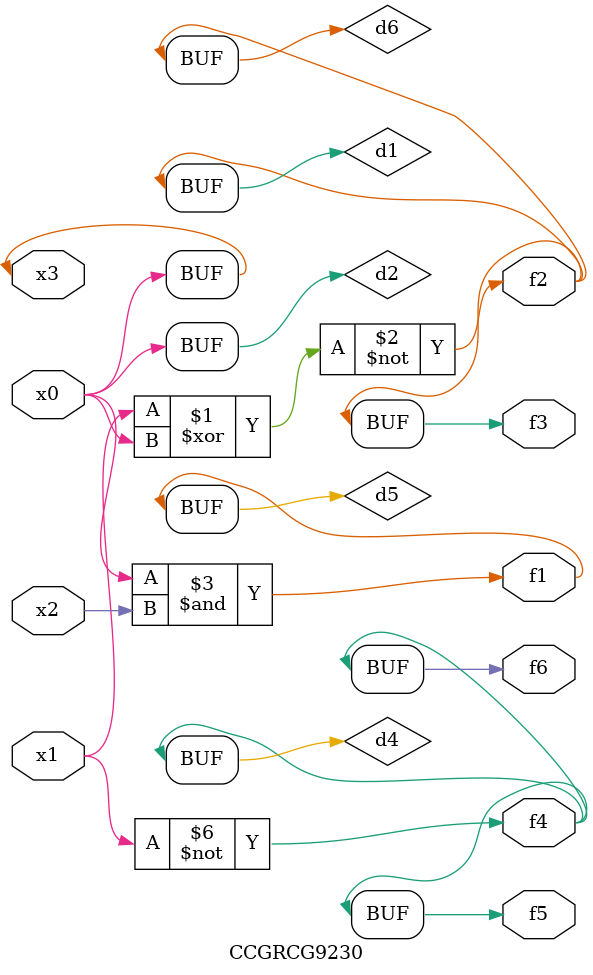
<source format=v>
module CCGRCG9230(
	input x0, x1, x2, x3,
	output f1, f2, f3, f4, f5, f6
);

	wire d1, d2, d3, d4, d5, d6;

	xnor (d1, x1, x3);
	buf (d2, x0, x3);
	nand (d3, x0, x2);
	not (d4, x1);
	nand (d5, d3);
	or (d6, d1);
	assign f1 = d5;
	assign f2 = d6;
	assign f3 = d6;
	assign f4 = d4;
	assign f5 = d4;
	assign f6 = d4;
endmodule

</source>
